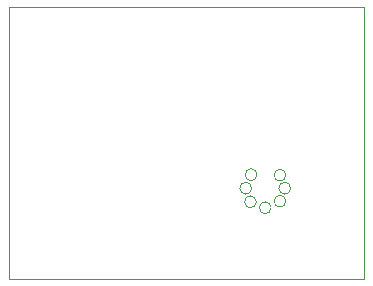
<source format=gm1>
G04 #@! TF.GenerationSoftware,KiCad,Pcbnew,8.0.6*
G04 #@! TF.CreationDate,2024-11-27T10:36:13+01:00*
G04 #@! TF.ProjectId,TDR1,54445231-2e6b-4696-9361-645f70636258,0.1*
G04 #@! TF.SameCoordinates,Original*
G04 #@! TF.FileFunction,Profile,NP*
%FSLAX46Y46*%
G04 Gerber Fmt 4.6, Leading zero omitted, Abs format (unit mm)*
G04 Created by KiCad (PCBNEW 8.0.6) date 2024-11-27 10:36:13*
%MOMM*%
%LPD*%
G01*
G04 APERTURE LIST*
G04 #@! TA.AperFunction,Profile*
%ADD10C,0.100000*%
G04 #@! TD*
G04 #@! TA.AperFunction,Profile*
%ADD11C,0.050000*%
G04 #@! TD*
G04 APERTURE END LIST*
D10*
X30000000Y23000000D02*
X30000000Y0D01*
X0Y0D02*
X0Y23000000D01*
D11*
X20900000Y6500000D02*
G75*
G02*
X19900000Y6500000I-500000J0D01*
G01*
X19900000Y6500000D02*
G75*
G02*
X20900000Y6500000I500000J0D01*
G01*
X23800000Y7650000D02*
G75*
G02*
X22800000Y7650000I-500000J0D01*
G01*
X22800000Y7650000D02*
G75*
G02*
X23800000Y7650000I500000J0D01*
G01*
X20950000Y8800000D02*
G75*
G02*
X19950000Y8800000I-500000J0D01*
G01*
X19950000Y8800000D02*
G75*
G02*
X20950000Y8800000I500000J0D01*
G01*
D10*
X30000000Y0D02*
X0Y0D01*
X0Y23000000D02*
X30000000Y23000000D01*
D11*
X20500000Y7650000D02*
G75*
G02*
X19500000Y7650000I-500000J0D01*
G01*
X19500000Y7650000D02*
G75*
G02*
X20500000Y7650000I500000J0D01*
G01*
X23400000Y8750000D02*
G75*
G02*
X22400000Y8750000I-500000J0D01*
G01*
X22400000Y8750000D02*
G75*
G02*
X23400000Y8750000I500000J0D01*
G01*
X23400000Y6550000D02*
G75*
G02*
X22400000Y6550000I-500000J0D01*
G01*
X22400000Y6550000D02*
G75*
G02*
X23400000Y6550000I500000J0D01*
G01*
X22150000Y6000000D02*
G75*
G02*
X21150000Y6000000I-500000J0D01*
G01*
X21150000Y6000000D02*
G75*
G02*
X22150000Y6000000I500000J0D01*
G01*
M02*

</source>
